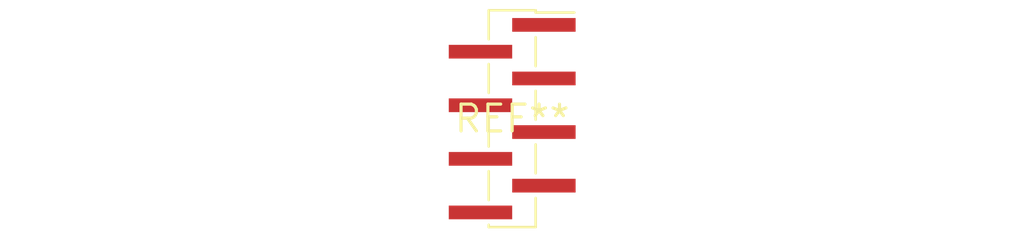
<source format=kicad_pcb>
(kicad_pcb (version 20240108) (generator pcbnew)
  (layers (0 "F.Cu" signal) (31 "B.Cu" signal) (34 "B.Paste" user) (35 "F.Paste" user) (36 "B.SilkS" user "B.Silkscreen") (37 "F.SilkS" user "F.Silkscreen") (38 "B.Mask" user) (39 "F.Mask" user) (44 "Edge.Cuts" user))
  (net 0 "")
  (footprint "PinHeader_1x08_P1.27mm_Vertical_SMD_Pin1Right" (layer "F.Cu") (at 0 0)
    (property "Reference" "REF**")
    (property "Value" "PinHeader_1x08_P1.27mm_Vertical_SMD_Pin1Right")
    (fp_line (start -1.11 -5.14) (end 1.11 -5.14) (layer "F.SilkS") (stroke (width 0.12)))
    (fp_line (start -1.11 -5.13) (end -1.11 -3.76) (layer "F.SilkS") (stroke (width 0.12)))
    (fp_line (start -1.11 -2.59) (end -1.11 -1.22) (layer "F.SilkS") (stroke (width 0.12)))
    (fp_line (start -1.11 -0.05) (end -1.11 1.32) (layer "F.SilkS") (stroke (width 0.12)))
    (fp_line (start -1.11 2.49) (end -1.11 3.86) (layer "F.SilkS") (stroke (width 0.12)))
    (fp_line (start -1.11 5.03) (end -1.11 5.14) (layer "F.SilkS") (stroke (width 0.12)))
    (fp_line (start -1.11 5.14) (end 1.11 5.14) (layer "F.SilkS") (stroke (width 0.12)))
    (fp_line (start 1.11 -5.14) (end 1.11 -5.03) (layer "F.SilkS") (stroke (width 0.12)))
    (fp_line (start 1.11 -5.03) (end 2.94 -5.03) (layer "F.SilkS") (stroke (width 0.12)))
    (fp_line (start 1.11 -3.86) (end 1.11 -2.49) (layer "F.SilkS") (stroke (width 0.12)))
    (fp_line (start 1.11 -1.32) (end 1.11 0.05) (layer "F.SilkS") (stroke (width 0.12)))
    (fp_line (start 1.11 1.22) (end 1.11 2.59) (layer "F.SilkS") (stroke (width 0.12)))
    (fp_line (start 1.11 3.76) (end 1.11 5.13) (layer "F.SilkS") (stroke (width 0.12)))
    (pad "1" smd rect (at 1.5 -4.445) (size 3 0.65) (layers "F.Cu" "F.Paste" "F.Mask"))
    (pad "2" smd rect (at -1.5 -3.175) (size 3 0.65) (layers "F.Cu" "F.Paste" "F.Mask"))
    (pad "3" smd rect (at 1.5 -1.905) (size 3 0.65) (layers "F.Cu" "F.Paste" "F.Mask"))
    (pad "4" smd rect (at -1.5 -0.635) (size 3 0.65) (layers "F.Cu" "F.Paste" "F.Mask"))
    (pad "5" smd rect (at 1.5 0.635) (size 3 0.65) (layers "F.Cu" "F.Paste" "F.Mask"))
    (pad "6" smd rect (at -1.5 1.905) (size 3 0.65) (layers "F.Cu" "F.Paste" "F.Mask"))
    (pad "7" smd rect (at 1.5 3.175) (size 3 0.65) (layers "F.Cu" "F.Paste" "F.Mask"))
    (pad "8" smd rect (at -1.5 4.445) (size 3 0.65) (layers "F.Cu" "F.Paste" "F.Mask"))
  )
)
</source>
